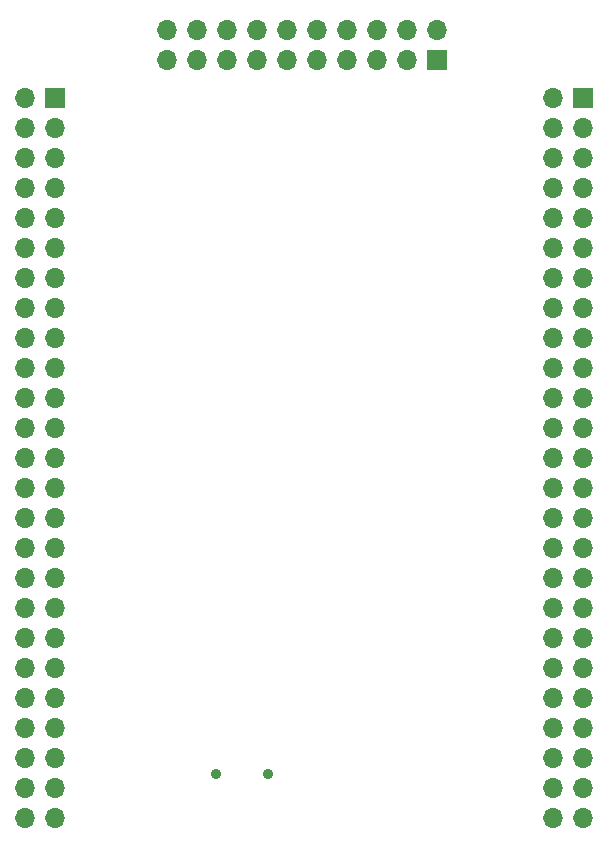
<source format=gbr>
%TF.GenerationSoftware,KiCad,Pcbnew,7.0.6*%
%TF.CreationDate,2023-07-13T22:11:12-07:00*%
%TF.ProjectId,pcb,7063622e-6b69-4636-9164-5f7063625858,rev?*%
%TF.SameCoordinates,Original*%
%TF.FileFunction,Soldermask,Bot*%
%TF.FilePolarity,Negative*%
%FSLAX46Y46*%
G04 Gerber Fmt 4.6, Leading zero omitted, Abs format (unit mm)*
G04 Created by KiCad (PCBNEW 7.0.6) date 2023-07-13 22:11:12*
%MOMM*%
%LPD*%
G01*
G04 APERTURE LIST*
%ADD10O,1.700000X1.700000*%
%ADD11R,1.700000X1.700000*%
%ADD12C,0.900000*%
G04 APERTURE END LIST*
D10*
%TO.C,J2*%
X97620000Y-48460000D03*
D11*
X97620000Y-51000000D03*
D10*
X95080000Y-48460000D03*
X95080000Y-51000000D03*
X92540000Y-48460000D03*
X92540000Y-51000000D03*
X90000000Y-48460000D03*
X90000000Y-51000000D03*
X87460000Y-48460000D03*
X87460000Y-51000000D03*
X84920000Y-48460000D03*
X84920000Y-51000000D03*
X82380000Y-48460000D03*
X82380000Y-51000000D03*
X79840000Y-48460000D03*
X79840000Y-51000000D03*
X77300000Y-48460000D03*
X77300000Y-51000000D03*
X74760000Y-48460000D03*
X74760000Y-51000000D03*
%TD*%
D12*
%TO.C,J1*%
X78900000Y-111500000D03*
X83300000Y-111500000D03*
%TD*%
D11*
%TO.C,J4*%
X110000000Y-54200000D03*
D10*
X107460000Y-54200000D03*
X110000000Y-56740000D03*
X107460000Y-56740000D03*
X110000000Y-59280000D03*
X107460000Y-59280000D03*
X110000000Y-61820000D03*
X107460000Y-61820000D03*
X110000000Y-64360000D03*
X107460000Y-64360000D03*
X110000000Y-66900000D03*
X107460000Y-66900000D03*
X110000000Y-69440000D03*
X107460000Y-69440000D03*
X110000000Y-71980000D03*
X107460000Y-71980000D03*
X110000000Y-74520000D03*
X107460000Y-74520000D03*
X110000000Y-77060000D03*
X107460000Y-77060000D03*
X110000000Y-79600000D03*
X107460000Y-79600000D03*
X110000000Y-82140000D03*
X107460000Y-82140000D03*
X110000000Y-84680000D03*
X107460000Y-84680000D03*
X110000000Y-87220000D03*
X107460000Y-87220000D03*
X110000000Y-89760000D03*
X107460000Y-89760000D03*
X110000000Y-92300000D03*
X107460000Y-92300000D03*
X110000000Y-94840000D03*
X107460000Y-94840000D03*
X110000000Y-97380000D03*
X107460000Y-97380000D03*
X110000000Y-99920000D03*
X107460000Y-99920000D03*
X110000000Y-102460000D03*
X107460000Y-102460000D03*
X110000000Y-105000000D03*
X107460000Y-105000000D03*
X110000000Y-107540000D03*
X107460000Y-107540000D03*
X110000000Y-110080000D03*
X107460000Y-110080000D03*
X110000000Y-112620000D03*
X107460000Y-112620000D03*
X110000000Y-115160000D03*
X107460000Y-115160000D03*
%TD*%
D11*
%TO.C,J5*%
X65250000Y-54210000D03*
D10*
X62710000Y-54210000D03*
X65250000Y-56750000D03*
X62710000Y-56750000D03*
X65250000Y-59290000D03*
X62710000Y-59290000D03*
X65250000Y-61830000D03*
X62710000Y-61830000D03*
X65250000Y-64370000D03*
X62710000Y-64370000D03*
X65250000Y-66910000D03*
X62710000Y-66910000D03*
X65250000Y-69450000D03*
X62710000Y-69450000D03*
X65250000Y-71990000D03*
X62710000Y-71990000D03*
X65250000Y-74530000D03*
X62710000Y-74530000D03*
X65250000Y-77070000D03*
X62710000Y-77070000D03*
X65250000Y-79610000D03*
X62710000Y-79610000D03*
X65250000Y-82150000D03*
X62710000Y-82150000D03*
X65250000Y-84690000D03*
X62710000Y-84690000D03*
X65250000Y-87230000D03*
X62710000Y-87230000D03*
X65250000Y-89770000D03*
X62710000Y-89770000D03*
X65250000Y-92310000D03*
X62710000Y-92310000D03*
X65250000Y-94850000D03*
X62710000Y-94850000D03*
X65250000Y-97390000D03*
X62710000Y-97390000D03*
X65250000Y-99930000D03*
X62710000Y-99930000D03*
X65250000Y-102470000D03*
X62710000Y-102470000D03*
X65250000Y-105010000D03*
X62710000Y-105010000D03*
X65250000Y-107550000D03*
X62710000Y-107550000D03*
X65250000Y-110090000D03*
X62710000Y-110090000D03*
X65250000Y-112630000D03*
X62710000Y-112630000D03*
X65250000Y-115170000D03*
X62710000Y-115170000D03*
%TD*%
M02*

</source>
